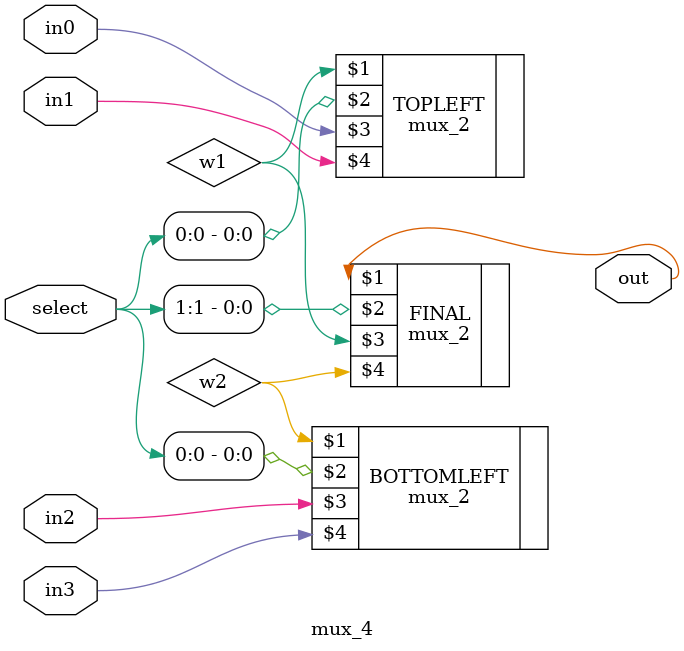
<source format=v>
module mux_4(out, select, in0, in1, in2, in3);
        
    input [1:0] select;
    input in0, in1, in2, in3;
    output out;
    wire w1, w2;

    mux_2 TOPLEFT(w1, select[0], in0, in1);
    mux_2 BOTTOMLEFT(w2, select[0], in2, in3);
    mux_2 FINAL(out, select[1], w1, w2);
endmodule
</source>
